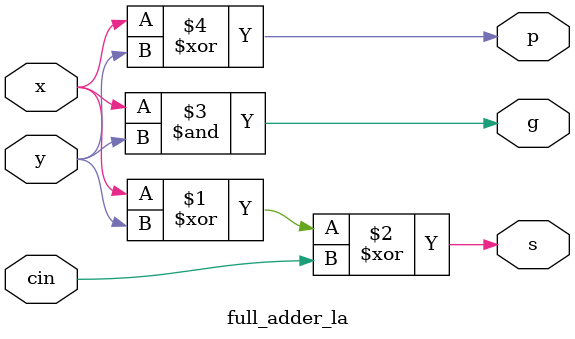
<source format=sv>
module lookahead_adder (
	input  [15:0] A, B,
	input         cin,
	output [15:0] S,
	output        cout
);
    /* TODO
     *
     * Insert code here to implement a CLA adder.
     * Your code should be completly combinational (don't use always_ff or always_latch).
     * Feel free to create sub-modules or other files. */
	  
	logic [3:0] gg, pg;
	logic c1, c2, c3;
	
	assign c1 = cin & pg[0] | gg[0];
	assign c2 = cin & pg[0] & pg[1] | gg[0] & pg[1] | gg[1];
	assign c3 = cin & pg[0] & pg[1] & pg[2] | gg[0] & pg[1] & pg[2] | gg[1] & pg[2] | gg[2];
	assign cout = cin & pg[0] & pg[1] & pg[2] & pg[3] | gg[0] & pg[1] & pg[2] & pg[3] | gg[1] & pg[2] & pg[3] | gg[2] & pg[3] | gg[3];

	four_bit_la FA0(.x(A[3 : 0]), .y(B[3 : 0]), .cin(cin), .s(S[3 : 0]), .gg(gg[0]), .pg(pg[0]));
	four_bit_la FA1(.x(A[7 : 4]), .y(B[7 : 4]), .cin(c1 ), .s(S[7 : 4]), .gg(gg[1]), .pg(pg[1]));
	four_bit_la FA2(.x(A[11: 8]), .y(B[11: 8]), .cin(c2 ), .s(S[11: 8]), .gg(gg[2]), .pg(pg[2]));
	four_bit_la FA3(.x(A[15:12]), .y(B[15:12]), .cin(c3 ), .s(S[15:12]), .gg(gg[3]), .pg(pg[3]));

endmodule

module four_bit_la
(
	input 	[3:0] x, y,
	input 			cin,
	output 	[3:0] s, 
	output 			cout, gg, pg
);

	logic [3:0] g, p;
	logic c1, c2, c3;
	
	assign c1 = cin & p[0] | g[0];
	assign c2 = cin & p[0] & p[1] | g[0] & p[1] | g[1];
	assign c3 = cin & p[0] & p[1] & p[2] | g[0] & p[1] & p[2] | g[1] & p[2] | g[2];
	assign cout = cin & p[0] & p[1] & p[2] & p[3] | g[0] & p[1] & p[2] & p[3] | g[1] & p[2] & p[3] | g[2] & p[3] | g[3];
	assign gg = g[3] | g[2] & p[3] | g[1] & p[3] & p[2] | g[0] & p[3] & p[2] & p[1];
	assign pg = p[0] & p[1] & p[2] & p[3];
	
	full_adder_la fa0(.x(x[0]), .y(y[0]), .cin(cin), .s(s[0]), .g(g[0]), .p(p[0]));
	full_adder_la fa1(.x(x[1]), .y(y[1]), .cin(c1 ), .s(s[1]), .g(g[1]), .p(p[1]));
	full_adder_la fa2(.x(x[2]), .y(y[2]), .cin(c2 ), .s(s[2]), .g(g[2]), .p(p[2]));
	full_adder_la fa3(.x(x[3]), .y(y[3]), .cin(c3 ), .s(s[3]), .g(g[3]), .p(p[3]));
	

endmodule

module full_adder_la
(
	input 	x, y, cin,
	output 	s, g, p
);

	assign s = x ^ y ^ cin;
	assign g = x & y;
	assign p = x ^ y;
	
endmodule

</source>
